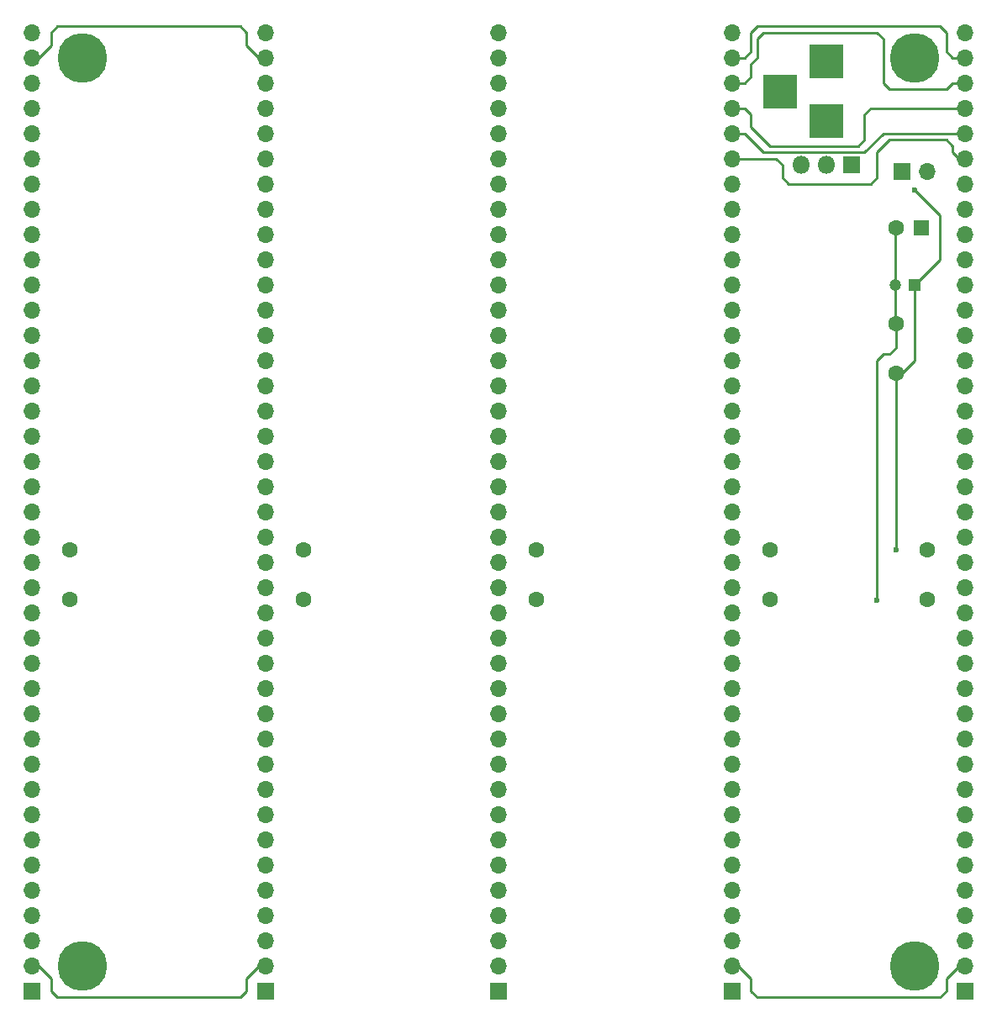
<source format=gbl>
G04 #@! TF.FileFunction,Copper,L2,Bot,Signal*
%FSLAX46Y46*%
G04 Gerber Fmt 4.6, Leading zero omitted, Abs format (unit mm)*
G04 Created by KiCad (PCBNEW 4.0.7) date 01/07/19 16:06:23*
%MOMM*%
%LPD*%
G01*
G04 APERTURE LIST*
%ADD10C,0.100000*%
%ADD11R,1.700000X1.700000*%
%ADD12O,1.700000X1.700000*%
%ADD13R,1.600000X1.600000*%
%ADD14C,1.600000*%
%ADD15R,1.200000X1.200000*%
%ADD16C,1.200000*%
%ADD17R,3.500000X3.500000*%
%ADD18C,5.000000*%
%ADD19R,1.800000X1.800000*%
%ADD20O,1.800000X1.800000*%
%ADD21C,0.600000*%
%ADD22C,0.250000*%
G04 APERTURE END LIST*
D10*
D11*
X64770000Y-156210000D03*
D12*
X64770000Y-153670000D03*
X64770000Y-151130000D03*
X64770000Y-148590000D03*
X64770000Y-146050000D03*
X64770000Y-143510000D03*
X64770000Y-140970000D03*
X64770000Y-138430000D03*
X64770000Y-135890000D03*
X64770000Y-133350000D03*
X64770000Y-130810000D03*
X64770000Y-128270000D03*
X64770000Y-125730000D03*
X64770000Y-123190000D03*
X64770000Y-120650000D03*
X64770000Y-118110000D03*
X64770000Y-115570000D03*
X64770000Y-113030000D03*
X64770000Y-110490000D03*
X64770000Y-107950000D03*
X64770000Y-105410000D03*
X64770000Y-102870000D03*
X64770000Y-100330000D03*
X64770000Y-97790000D03*
X64770000Y-95250000D03*
X64770000Y-92710000D03*
X64770000Y-90170000D03*
X64770000Y-87630000D03*
X64770000Y-85090000D03*
X64770000Y-82550000D03*
X64770000Y-80010000D03*
X64770000Y-77470000D03*
X64770000Y-74930000D03*
X64770000Y-72390000D03*
X64770000Y-69850000D03*
X64770000Y-67310000D03*
X64770000Y-64770000D03*
X64770000Y-62230000D03*
X64770000Y-59690000D03*
D13*
X154305000Y-79375000D03*
D14*
X151805000Y-79375000D03*
D15*
X153670000Y-85090000D03*
D16*
X151670000Y-85090000D03*
D14*
X151765000Y-93980000D03*
X151765000Y-88980000D03*
X68580000Y-111760000D03*
X68580000Y-116760000D03*
X92075000Y-111760000D03*
X92075000Y-116760000D03*
X115570000Y-111760000D03*
X115570000Y-116760000D03*
X139065000Y-111760000D03*
X139065000Y-116760000D03*
X154940000Y-111760000D03*
X154940000Y-116760000D03*
D17*
X144780000Y-68580000D03*
X144780000Y-62580000D03*
X140080000Y-65580000D03*
D11*
X88265000Y-156210000D03*
D12*
X88265000Y-153670000D03*
X88265000Y-151130000D03*
X88265000Y-148590000D03*
X88265000Y-146050000D03*
X88265000Y-143510000D03*
X88265000Y-140970000D03*
X88265000Y-138430000D03*
X88265000Y-135890000D03*
X88265000Y-133350000D03*
X88265000Y-130810000D03*
X88265000Y-128270000D03*
X88265000Y-125730000D03*
X88265000Y-123190000D03*
X88265000Y-120650000D03*
X88265000Y-118110000D03*
X88265000Y-115570000D03*
X88265000Y-113030000D03*
X88265000Y-110490000D03*
X88265000Y-107950000D03*
X88265000Y-105410000D03*
X88265000Y-102870000D03*
X88265000Y-100330000D03*
X88265000Y-97790000D03*
X88265000Y-95250000D03*
X88265000Y-92710000D03*
X88265000Y-90170000D03*
X88265000Y-87630000D03*
X88265000Y-85090000D03*
X88265000Y-82550000D03*
X88265000Y-80010000D03*
X88265000Y-77470000D03*
X88265000Y-74930000D03*
X88265000Y-72390000D03*
X88265000Y-69850000D03*
X88265000Y-67310000D03*
X88265000Y-64770000D03*
X88265000Y-62230000D03*
X88265000Y-59690000D03*
D11*
X111760000Y-156210000D03*
D12*
X111760000Y-153670000D03*
X111760000Y-151130000D03*
X111760000Y-148590000D03*
X111760000Y-146050000D03*
X111760000Y-143510000D03*
X111760000Y-140970000D03*
X111760000Y-138430000D03*
X111760000Y-135890000D03*
X111760000Y-133350000D03*
X111760000Y-130810000D03*
X111760000Y-128270000D03*
X111760000Y-125730000D03*
X111760000Y-123190000D03*
X111760000Y-120650000D03*
X111760000Y-118110000D03*
X111760000Y-115570000D03*
X111760000Y-113030000D03*
X111760000Y-110490000D03*
X111760000Y-107950000D03*
X111760000Y-105410000D03*
X111760000Y-102870000D03*
X111760000Y-100330000D03*
X111760000Y-97790000D03*
X111760000Y-95250000D03*
X111760000Y-92710000D03*
X111760000Y-90170000D03*
X111760000Y-87630000D03*
X111760000Y-85090000D03*
X111760000Y-82550000D03*
X111760000Y-80010000D03*
X111760000Y-77470000D03*
X111760000Y-74930000D03*
X111760000Y-72390000D03*
X111760000Y-69850000D03*
X111760000Y-67310000D03*
X111760000Y-64770000D03*
X111760000Y-62230000D03*
X111760000Y-59690000D03*
D11*
X135255000Y-156210000D03*
D12*
X135255000Y-153670000D03*
X135255000Y-151130000D03*
X135255000Y-148590000D03*
X135255000Y-146050000D03*
X135255000Y-143510000D03*
X135255000Y-140970000D03*
X135255000Y-138430000D03*
X135255000Y-135890000D03*
X135255000Y-133350000D03*
X135255000Y-130810000D03*
X135255000Y-128270000D03*
X135255000Y-125730000D03*
X135255000Y-123190000D03*
X135255000Y-120650000D03*
X135255000Y-118110000D03*
X135255000Y-115570000D03*
X135255000Y-113030000D03*
X135255000Y-110490000D03*
X135255000Y-107950000D03*
X135255000Y-105410000D03*
X135255000Y-102870000D03*
X135255000Y-100330000D03*
X135255000Y-97790000D03*
X135255000Y-95250000D03*
X135255000Y-92710000D03*
X135255000Y-90170000D03*
X135255000Y-87630000D03*
X135255000Y-85090000D03*
X135255000Y-82550000D03*
X135255000Y-80010000D03*
X135255000Y-77470000D03*
X135255000Y-74930000D03*
X135255000Y-72390000D03*
X135255000Y-69850000D03*
X135255000Y-67310000D03*
X135255000Y-64770000D03*
X135255000Y-62230000D03*
X135255000Y-59690000D03*
D11*
X158750000Y-156210000D03*
D12*
X158750000Y-153670000D03*
X158750000Y-151130000D03*
X158750000Y-148590000D03*
X158750000Y-146050000D03*
X158750000Y-143510000D03*
X158750000Y-140970000D03*
X158750000Y-138430000D03*
X158750000Y-135890000D03*
X158750000Y-133350000D03*
X158750000Y-130810000D03*
X158750000Y-128270000D03*
X158750000Y-125730000D03*
X158750000Y-123190000D03*
X158750000Y-120650000D03*
X158750000Y-118110000D03*
X158750000Y-115570000D03*
X158750000Y-113030000D03*
X158750000Y-110490000D03*
X158750000Y-107950000D03*
X158750000Y-105410000D03*
X158750000Y-102870000D03*
X158750000Y-100330000D03*
X158750000Y-97790000D03*
X158750000Y-95250000D03*
X158750000Y-92710000D03*
X158750000Y-90170000D03*
X158750000Y-87630000D03*
X158750000Y-85090000D03*
X158750000Y-82550000D03*
X158750000Y-80010000D03*
X158750000Y-77470000D03*
X158750000Y-74930000D03*
X158750000Y-72390000D03*
X158750000Y-69850000D03*
X158750000Y-67310000D03*
X158750000Y-64770000D03*
X158750000Y-62230000D03*
X158750000Y-59690000D03*
D18*
X69850000Y-153670000D03*
X153670000Y-153670000D03*
X153670000Y-62230000D03*
X69850000Y-62230000D03*
D19*
X147320000Y-73025000D03*
D20*
X144780000Y-73025000D03*
X142240000Y-73025000D03*
D11*
X152400000Y-73660000D03*
D12*
X154940000Y-73660000D03*
D21*
X149860000Y-116840000D03*
X153670000Y-75565000D03*
X151765000Y-111760000D03*
D22*
X149860000Y-116840000D02*
X149860000Y-95250000D01*
X149860000Y-93345000D02*
X149860000Y-95250000D01*
X151765000Y-90805000D02*
X151765000Y-88980000D01*
X149860000Y-92710000D02*
X150495000Y-92075000D01*
X149860000Y-93345000D02*
X149860000Y-92710000D01*
X151130000Y-92075000D02*
X151765000Y-91440000D01*
X151765000Y-91440000D02*
X151765000Y-90805000D01*
X150495000Y-92075000D02*
X151130000Y-92075000D01*
X151670000Y-85090000D02*
X151670000Y-88885000D01*
X151670000Y-88885000D02*
X151765000Y-88980000D01*
X151670000Y-85090000D02*
X151670000Y-79510000D01*
X151670000Y-79510000D02*
X151805000Y-79375000D01*
X153670000Y-85090000D02*
X156210000Y-82550000D01*
X156210000Y-78105000D02*
X156210000Y-82550000D01*
X156210000Y-78105000D02*
X153670000Y-75565000D01*
X151765000Y-93980000D02*
X151765000Y-111760000D01*
X151765000Y-93980000D02*
X152400000Y-93980000D01*
X152400000Y-93980000D02*
X153035000Y-93345000D01*
X153035000Y-93345000D02*
X153670000Y-92710000D01*
X153670000Y-92710000D02*
X153670000Y-85090000D01*
X158750000Y-153670000D02*
X158115000Y-153670000D01*
X158115000Y-153670000D02*
X156845000Y-154940000D01*
X156845000Y-154940000D02*
X156845000Y-156210000D01*
X156845000Y-156210000D02*
X156210000Y-156845000D01*
X156210000Y-156845000D02*
X137795000Y-156845000D01*
X137795000Y-156845000D02*
X137160000Y-156210000D01*
X137160000Y-156210000D02*
X137160000Y-154940000D01*
X137160000Y-154940000D02*
X135890000Y-153670000D01*
X135890000Y-153670000D02*
X135255000Y-153670000D01*
X87630000Y-153670000D02*
X86360000Y-154940000D01*
X86360000Y-156210000D02*
X86360000Y-154940000D01*
X85725000Y-156845000D02*
X86360000Y-156210000D01*
X67310000Y-156845000D02*
X85725000Y-156845000D01*
X66675000Y-156210000D02*
X67310000Y-156845000D01*
X66675000Y-154940000D02*
X66675000Y-156210000D01*
X66675000Y-154940000D02*
X65405000Y-153670000D01*
X87630000Y-153670000D02*
X88265000Y-153670000D01*
X64770000Y-153670000D02*
X65405000Y-153670000D01*
X135255000Y-72390000D02*
X139700000Y-72390000D01*
X157480000Y-71755000D02*
X158115000Y-72390000D01*
X157480000Y-71120000D02*
X157480000Y-71755000D01*
X156845000Y-70485000D02*
X157480000Y-71120000D01*
X151130000Y-70485000D02*
X156845000Y-70485000D01*
X149860000Y-71755000D02*
X151130000Y-70485000D01*
X149860000Y-74295000D02*
X149860000Y-71755000D01*
X149225000Y-74930000D02*
X149860000Y-74295000D01*
X140970000Y-74930000D02*
X149225000Y-74930000D01*
X140335000Y-74295000D02*
X140970000Y-74930000D01*
X140335000Y-73025000D02*
X140335000Y-74295000D01*
X139700000Y-72390000D02*
X140335000Y-73025000D01*
X158115000Y-72390000D02*
X158750000Y-72390000D01*
X158750000Y-69850000D02*
X150495000Y-69850000D01*
X136525000Y-69850000D02*
X135255000Y-69850000D01*
X138430000Y-71755000D02*
X136525000Y-69850000D01*
X148590000Y-71755000D02*
X138430000Y-71755000D01*
X150495000Y-69850000D02*
X148590000Y-71755000D01*
X148590000Y-70485000D02*
X148590000Y-67945000D01*
X149225000Y-67310000D02*
X151765000Y-67310000D01*
X148590000Y-67945000D02*
X149225000Y-67310000D01*
X158750000Y-67310000D02*
X151765000Y-67310000D01*
X136525000Y-67310000D02*
X135255000Y-67310000D01*
X137160000Y-67945000D02*
X136525000Y-67310000D01*
X137160000Y-69215000D02*
X137160000Y-67945000D01*
X139065000Y-71120000D02*
X137160000Y-69215000D01*
X147955000Y-71120000D02*
X139065000Y-71120000D01*
X148590000Y-70485000D02*
X147955000Y-71120000D01*
X158750000Y-64770000D02*
X157480000Y-64770000D01*
X136525000Y-64770000D02*
X137160000Y-64135000D01*
X137160000Y-64135000D02*
X137160000Y-62865000D01*
X137160000Y-62865000D02*
X137795000Y-62230000D01*
X137795000Y-62230000D02*
X137795000Y-60325000D01*
X137795000Y-60325000D02*
X138430000Y-59690000D01*
X138430000Y-59690000D02*
X149860000Y-59690000D01*
X149860000Y-59690000D02*
X150495000Y-60325000D01*
X150495000Y-60325000D02*
X150495000Y-64770000D01*
X150495000Y-64770000D02*
X151130000Y-65405000D01*
X136525000Y-64770000D02*
X135255000Y-64770000D01*
X156845000Y-65405000D02*
X151130000Y-65405000D01*
X157480000Y-64770000D02*
X156845000Y-65405000D01*
X158750000Y-62230000D02*
X157480000Y-62230000D01*
X136525000Y-62230000D02*
X135255000Y-62230000D01*
X137160000Y-61595000D02*
X136525000Y-62230000D01*
X137160000Y-59690000D02*
X137160000Y-61595000D01*
X137795000Y-59055000D02*
X137160000Y-59690000D01*
X156210000Y-59055000D02*
X137795000Y-59055000D01*
X156845000Y-59690000D02*
X156210000Y-59055000D01*
X156845000Y-61595000D02*
X156845000Y-59690000D01*
X157480000Y-62230000D02*
X156845000Y-61595000D01*
X64770000Y-62230000D02*
X65405000Y-62230000D01*
X65405000Y-62230000D02*
X66675000Y-60960000D01*
X66675000Y-60960000D02*
X66675000Y-59690000D01*
X66675000Y-59690000D02*
X67310000Y-59055000D01*
X67310000Y-59055000D02*
X85725000Y-59055000D01*
X85725000Y-59055000D02*
X86360000Y-59690000D01*
X86360000Y-59690000D02*
X86360000Y-60960000D01*
X86360000Y-60960000D02*
X87630000Y-62230000D01*
X87630000Y-62230000D02*
X88265000Y-62230000D01*
M02*

</source>
